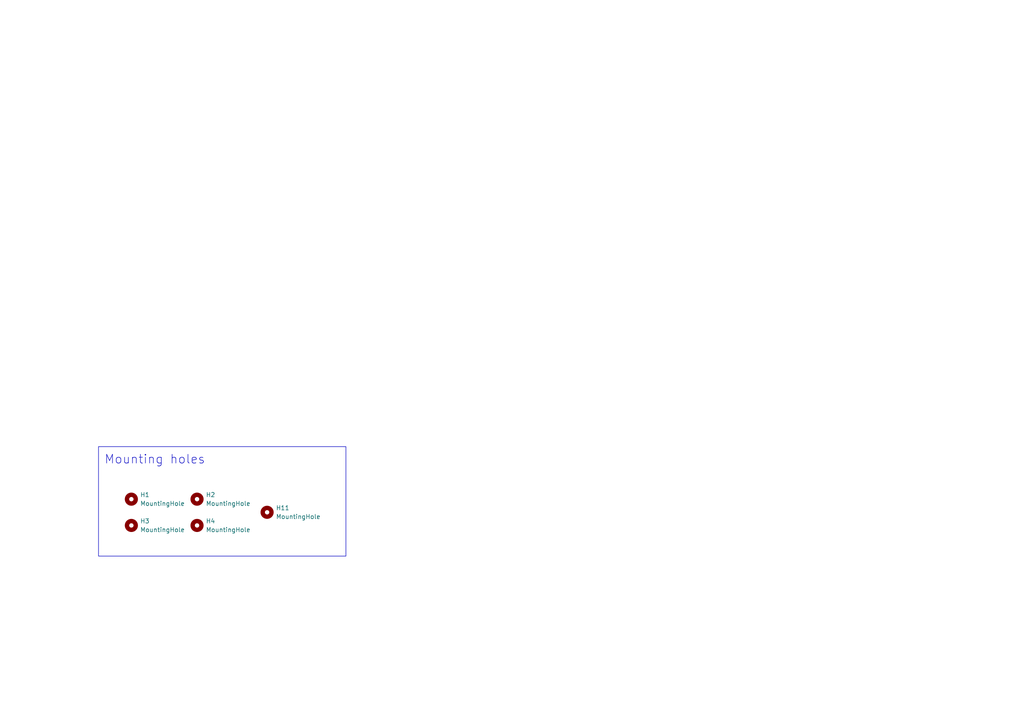
<source format=kicad_sch>
(kicad_sch (version 20250114) (generator "eeschema") (generator_version "9.0")
  (paper "A4")
  (lib_symbols
    (symbol "Mechanical:MountingHole" (pin_names (offset 1.016))
      (property "Reference" "H" (at 0 5.08 0))
      (property "Value" "MountingHole" (at 0 3.175 0))
      (symbol "MountingHole_0_1"
        (circle (center 0 0) (radius 1.27) (stroke (width 1.27)))
      )
    )
  )
  (rectangle (start 28.575 129.54) (end 100.33 161.29))
  (text "Mounting holes\n" (at 30.226 134.874 0) (effects (font (size 2.54 2.54)) (justify left bottom)))
  (symbol (lib_id "Mechanical:MountingHole") (at 38.1 152.4 0) (unit 1)
    (property "Reference" "H3" (at 40.64 151.13 0) (effects (justify left)))
    (property "Value" "MountingHole" (at 40.64 153.67 0) (effects (justify left)))
    (property "Footprint" "MountingHole:MountingHole_3.2mm_M3_DIN965_Pad_TopBottom" (effects (hide yes)))
  )
  (symbol (lib_id "Mechanical:MountingHole") (at 57.15 144.78 0) (unit 1)
    (property "Reference" "H2" (at 59.69 143.51 0) (effects (justify left)))
    (property "Value" "MountingHole" (at 59.69 146.05 0) (effects (justify left)))
    (property "Footprint" "MountingHole:MountingHole_3.2mm_M3_DIN965_Pad_TopBottom" (effects (hide yes)))
  )
  (symbol (lib_id "Mechanical:MountingHole") (at 38.1 144.78 0) (unit 1)
    (property "Reference" "H1" (at 40.64 143.51 0) (effects (justify left)))
    (property "Value" "MountingHole" (at 40.64 146.05 0) (effects (justify left)))
    (property "Footprint" "MountingHole:MountingHole_3.2mm_M3_DIN965_Pad_TopBottom" (effects (hide yes)))
  )
  (symbol (lib_id "Mechanical:MountingHole") (at 57.15 152.4 0) (unit 1)
    (property "Reference" "H4" (at 59.69 151.13 0) (effects (justify left)))
    (property "Value" "MountingHole" (at 59.69 153.67 0) (effects (justify left)))
    (property "Footprint" "MountingHole:MountingHole_3.2mm_M3_DIN965_Pad_TopBottom" (effects (hide yes)))
  )
  (symbol (lib_id "Mechanical:MountingHole") (at 77.47 148.59 0) (unit 1)
    (property "Reference" "H11" (at 80.01 147.32 0) (effects (justify left)))
    (property "Value" "MountingHole" (at 80.01 149.86 0) (effects (justify left)))
    (property "Footprint" "MountingHole:MountingHole_3.2mm_M3_DIN965_Pad_TopBottom" (effects (hide yes)))
  )
)
</source>
